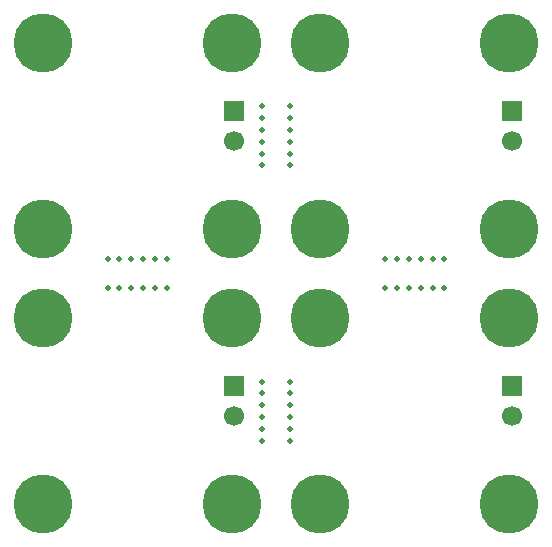
<source format=gbr>
%TF.GenerationSoftware,KiCad,Pcbnew,9.0.5*%
%TF.CreationDate,2025-10-24T18:10:23+02:00*%
%TF.ProjectId,panel,70616e65-6c2e-46b6-9963-61645f706362,rev?*%
%TF.SameCoordinates,Original*%
%TF.FileFunction,Soldermask,Bot*%
%TF.FilePolarity,Negative*%
%FSLAX46Y46*%
G04 Gerber Fmt 4.6, Leading zero omitted, Abs format (unit mm)*
G04 Created by KiCad (PCBNEW 9.0.5) date 2025-10-24 18:10:23*
%MOMM*%
%LPD*%
G01*
G04 APERTURE LIST*
%ADD10C,5.000000*%
%ADD11C,0.500000*%
%ADD12R,1.700000X1.700000*%
%ADD13C,1.700000*%
G04 APERTURE END LIST*
D10*
%TO.C,H1*%
X152250000Y-46050000D03*
%TD*%
D11*
%TO.C,KiKit_MB_4_4*%
X159753631Y-41099999D03*
%TD*%
%TO.C,KiKit_MB_1_2*%
X147295678Y-29150092D03*
%TD*%
D10*
%TO.C,H3*%
X144742737Y-61850000D03*
%TD*%
D11*
%TO.C,KiKit_MB_2_5*%
X135246369Y-41099999D03*
%TD*%
%TO.C,KiKit_MB_4_2*%
X161753631Y-41099999D03*
%TD*%
D12*
%TO.C,J1*%
X144942737Y-51850000D03*
D13*
X144942737Y-54390000D03*
%TD*%
D11*
%TO.C,KiKit_MB_3_3*%
X149700000Y-31150000D03*
%TD*%
D10*
%TO.C,H3*%
X144742737Y-38550000D03*
%TD*%
D11*
%TO.C,KiKit_MB_1_1*%
X147295219Y-28150092D03*
%TD*%
%TO.C,KiKit_MB_6_3*%
X136246369Y-43500000D03*
%TD*%
%TO.C,KiKit_MB_7_3*%
X149700000Y-54450000D03*
%TD*%
D10*
%TO.C,H4*%
X128742737Y-61850000D03*
%TD*%
D11*
%TO.C,KiKit_MB_4_6*%
X157753631Y-41099999D03*
%TD*%
%TO.C,KiKit_MB_8_1*%
X157753631Y-43500000D03*
%TD*%
D10*
%TO.C,H4*%
X128742737Y-38550000D03*
%TD*%
D11*
%TO.C,KiKit_MB_2_6*%
X134246369Y-41099999D03*
%TD*%
%TO.C,KiKit_MB_6_6*%
X139246368Y-43500000D03*
%TD*%
%TO.C,KiKit_MB_8_2*%
X158753631Y-43500000D03*
%TD*%
%TO.C,KiKit_MB_5_5*%
X147297058Y-55450091D03*
%TD*%
D10*
%TO.C,H4*%
X152250000Y-38550000D03*
%TD*%
D11*
%TO.C,KiKit_MB_7_1*%
X149700000Y-56450000D03*
%TD*%
%TO.C,KiKit_MB_8_3*%
X159753631Y-43500000D03*
%TD*%
%TO.C,KiKit_MB_2_4*%
X136246369Y-41099999D03*
%TD*%
%TO.C,KiKit_MB_3_6*%
X149700000Y-28150000D03*
%TD*%
%TO.C,KiKit_MB_3_2*%
X149700000Y-32150000D03*
%TD*%
%TO.C,KiKit_MB_7_4*%
X149700000Y-53450000D03*
%TD*%
%TO.C,KiKit_MB_8_5*%
X161753631Y-43500000D03*
%TD*%
%TO.C,KiKit_MB_7_5*%
X149700000Y-52450000D03*
%TD*%
%TO.C,KiKit_MB_8_4*%
X160753631Y-43500000D03*
%TD*%
D10*
%TO.C,H2*%
X168250000Y-46050000D03*
%TD*%
D11*
%TO.C,KiKit_MB_2_1*%
X139246368Y-41099999D03*
%TD*%
D10*
%TO.C,H2*%
X144742737Y-22750000D03*
%TD*%
%TO.C,H2*%
X168250000Y-22750000D03*
%TD*%
D11*
%TO.C,KiKit_MB_3_5*%
X149700000Y-29150000D03*
%TD*%
%TO.C,KiKit_MB_5_2*%
X147295678Y-52450091D03*
%TD*%
%TO.C,KiKit_MB_4_5*%
X158753631Y-41099999D03*
%TD*%
%TO.C,KiKit_MB_1_6*%
X147297517Y-33150091D03*
%TD*%
D12*
%TO.C,J1*%
X144942737Y-28550000D03*
D13*
X144942737Y-31090000D03*
%TD*%
D11*
%TO.C,KiKit_MB_3_1*%
X149700000Y-33150000D03*
%TD*%
D10*
%TO.C,H1*%
X128742737Y-22750000D03*
%TD*%
D11*
%TO.C,KiKit_MB_4_1*%
X162753631Y-41099999D03*
%TD*%
%TO.C,KiKit_MB_3_4*%
X149700000Y-30150000D03*
%TD*%
%TO.C,KiKit_MB_5_3*%
X147296138Y-53450091D03*
%TD*%
%TO.C,KiKit_MB_2_2*%
X138246368Y-41099999D03*
%TD*%
%TO.C,KiKit_MB_6_4*%
X137246368Y-43500000D03*
%TD*%
%TO.C,KiKit_MB_7_6*%
X149700000Y-51450000D03*
%TD*%
%TO.C,KiKit_MB_5_4*%
X147296598Y-54450091D03*
%TD*%
%TO.C,KiKit_MB_1_4*%
X147296598Y-31150091D03*
%TD*%
D10*
%TO.C,H2*%
X144742737Y-46050000D03*
%TD*%
D11*
%TO.C,KiKit_MB_6_2*%
X135246369Y-43500000D03*
%TD*%
D10*
%TO.C,H3*%
X168250000Y-61850000D03*
%TD*%
D11*
%TO.C,KiKit_MB_1_3*%
X147296138Y-30150092D03*
%TD*%
%TO.C,KiKit_MB_7_2*%
X149700000Y-55450000D03*
%TD*%
D12*
%TO.C,J1*%
X168450000Y-28550000D03*
D13*
X168450000Y-31090000D03*
%TD*%
D10*
%TO.C,H4*%
X152250000Y-61850000D03*
%TD*%
D11*
%TO.C,KiKit_MB_1_5*%
X147297058Y-32150091D03*
%TD*%
%TO.C,KiKit_MB_6_1*%
X134246369Y-43500000D03*
%TD*%
%TO.C,KiKit_MB_5_1*%
X147295219Y-51450091D03*
%TD*%
D10*
%TO.C,H1*%
X128742737Y-46050000D03*
%TD*%
D11*
%TO.C,KiKit_MB_2_3*%
X137246368Y-41099999D03*
%TD*%
D10*
%TO.C,H1*%
X152250000Y-22750000D03*
%TD*%
D11*
%TO.C,KiKit_MB_5_6*%
X147297517Y-56450091D03*
%TD*%
%TO.C,KiKit_MB_6_5*%
X138246368Y-43500000D03*
%TD*%
D12*
%TO.C,J1*%
X168450000Y-51850000D03*
D13*
X168450000Y-54390000D03*
%TD*%
D10*
%TO.C,H3*%
X168250000Y-38550000D03*
%TD*%
D11*
%TO.C,KiKit_MB_4_3*%
X160753631Y-41099999D03*
%TD*%
%TO.C,KiKit_MB_8_6*%
X162753631Y-43500000D03*
%TD*%
M02*

</source>
